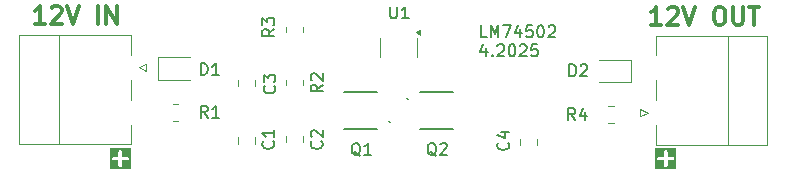
<source format=gbr>
%TF.GenerationSoftware,KiCad,Pcbnew,9.0.0*%
%TF.CreationDate,2025-05-05T10:21:01+02:00*%
%TF.ProjectId,LM4502,4c4d3435-3032-42e6-9b69-6361645f7063,rev?*%
%TF.SameCoordinates,Original*%
%TF.FileFunction,Legend,Top*%
%TF.FilePolarity,Positive*%
%FSLAX46Y46*%
G04 Gerber Fmt 4.6, Leading zero omitted, Abs format (unit mm)*
G04 Created by KiCad (PCBNEW 9.0.0) date 2025-05-05 10:21:01*
%MOMM*%
%LPD*%
G01*
G04 APERTURE LIST*
%ADD10C,0.300000*%
%ADD11C,0.200000*%
%ADD12C,0.150000*%
%ADD13C,0.120000*%
%ADD14C,0.100000*%
G04 APERTURE END LIST*
D10*
X156740225Y-69800828D02*
X155883082Y-69800828D01*
X156311653Y-69800828D02*
X156311653Y-68300828D01*
X156311653Y-68300828D02*
X156168796Y-68515114D01*
X156168796Y-68515114D02*
X156025939Y-68657971D01*
X156025939Y-68657971D02*
X155883082Y-68729400D01*
X157311653Y-68443685D02*
X157383081Y-68372257D01*
X157383081Y-68372257D02*
X157525939Y-68300828D01*
X157525939Y-68300828D02*
X157883081Y-68300828D01*
X157883081Y-68300828D02*
X158025939Y-68372257D01*
X158025939Y-68372257D02*
X158097367Y-68443685D01*
X158097367Y-68443685D02*
X158168796Y-68586542D01*
X158168796Y-68586542D02*
X158168796Y-68729400D01*
X158168796Y-68729400D02*
X158097367Y-68943685D01*
X158097367Y-68943685D02*
X157240224Y-69800828D01*
X157240224Y-69800828D02*
X158168796Y-69800828D01*
X158597367Y-68300828D02*
X159097367Y-69800828D01*
X159097367Y-69800828D02*
X159597367Y-68300828D01*
X161525938Y-68300828D02*
X161811652Y-68300828D01*
X161811652Y-68300828D02*
X161954509Y-68372257D01*
X161954509Y-68372257D02*
X162097366Y-68515114D01*
X162097366Y-68515114D02*
X162168795Y-68800828D01*
X162168795Y-68800828D02*
X162168795Y-69300828D01*
X162168795Y-69300828D02*
X162097366Y-69586542D01*
X162097366Y-69586542D02*
X161954509Y-69729400D01*
X161954509Y-69729400D02*
X161811652Y-69800828D01*
X161811652Y-69800828D02*
X161525938Y-69800828D01*
X161525938Y-69800828D02*
X161383081Y-69729400D01*
X161383081Y-69729400D02*
X161240223Y-69586542D01*
X161240223Y-69586542D02*
X161168795Y-69300828D01*
X161168795Y-69300828D02*
X161168795Y-68800828D01*
X161168795Y-68800828D02*
X161240223Y-68515114D01*
X161240223Y-68515114D02*
X161383081Y-68372257D01*
X161383081Y-68372257D02*
X161525938Y-68300828D01*
X162811652Y-68300828D02*
X162811652Y-69515114D01*
X162811652Y-69515114D02*
X162883081Y-69657971D01*
X162883081Y-69657971D02*
X162954510Y-69729400D01*
X162954510Y-69729400D02*
X163097367Y-69800828D01*
X163097367Y-69800828D02*
X163383081Y-69800828D01*
X163383081Y-69800828D02*
X163525938Y-69729400D01*
X163525938Y-69729400D02*
X163597367Y-69657971D01*
X163597367Y-69657971D02*
X163668795Y-69515114D01*
X163668795Y-69515114D02*
X163668795Y-68300828D01*
X164168796Y-68300828D02*
X165025939Y-68300828D01*
X164597367Y-69800828D02*
X164597367Y-68300828D01*
G36*
X158011153Y-82014613D02*
G01*
X156240725Y-82014613D01*
X156240725Y-81100136D01*
X156407392Y-81100136D01*
X156407392Y-81158664D01*
X156429790Y-81212736D01*
X156471174Y-81254120D01*
X156525246Y-81276518D01*
X156554510Y-81279400D01*
X156975939Y-81279400D01*
X156975939Y-81700828D01*
X156978821Y-81730092D01*
X157001219Y-81784164D01*
X157042603Y-81825548D01*
X157096675Y-81847946D01*
X157155203Y-81847946D01*
X157209275Y-81825548D01*
X157250659Y-81784164D01*
X157273057Y-81730092D01*
X157275939Y-81700828D01*
X157275939Y-81279400D01*
X157697368Y-81279400D01*
X157726632Y-81276518D01*
X157780704Y-81254120D01*
X157822088Y-81212736D01*
X157844486Y-81158664D01*
X157844486Y-81100136D01*
X157822088Y-81046064D01*
X157780704Y-81004680D01*
X157726632Y-80982282D01*
X157697368Y-80979400D01*
X157275939Y-80979400D01*
X157275939Y-80557971D01*
X157273057Y-80528707D01*
X157250659Y-80474635D01*
X157209275Y-80433251D01*
X157155203Y-80410853D01*
X157096675Y-80410853D01*
X157042603Y-80433251D01*
X157001219Y-80474635D01*
X156978821Y-80528707D01*
X156975939Y-80557971D01*
X156975939Y-80979400D01*
X156554510Y-80979400D01*
X156525246Y-80982282D01*
X156471174Y-81004680D01*
X156429790Y-81046064D01*
X156407392Y-81100136D01*
X156240725Y-81100136D01*
X156240725Y-80244186D01*
X158011153Y-80244186D01*
X158011153Y-82014613D01*
G37*
D11*
X141945863Y-70857275D02*
X141469673Y-70857275D01*
X141469673Y-70857275D02*
X141469673Y-69857275D01*
X142279197Y-70857275D02*
X142279197Y-69857275D01*
X142279197Y-69857275D02*
X142612530Y-70571560D01*
X142612530Y-70571560D02*
X142945863Y-69857275D01*
X142945863Y-69857275D02*
X142945863Y-70857275D01*
X143326816Y-69857275D02*
X143993482Y-69857275D01*
X143993482Y-69857275D02*
X143564911Y-70857275D01*
X144803006Y-70190608D02*
X144803006Y-70857275D01*
X144564911Y-69809656D02*
X144326816Y-70523941D01*
X144326816Y-70523941D02*
X144945863Y-70523941D01*
X145803006Y-69857275D02*
X145326816Y-69857275D01*
X145326816Y-69857275D02*
X145279197Y-70333465D01*
X145279197Y-70333465D02*
X145326816Y-70285846D01*
X145326816Y-70285846D02*
X145422054Y-70238227D01*
X145422054Y-70238227D02*
X145660149Y-70238227D01*
X145660149Y-70238227D02*
X145755387Y-70285846D01*
X145755387Y-70285846D02*
X145803006Y-70333465D01*
X145803006Y-70333465D02*
X145850625Y-70428703D01*
X145850625Y-70428703D02*
X145850625Y-70666798D01*
X145850625Y-70666798D02*
X145803006Y-70762036D01*
X145803006Y-70762036D02*
X145755387Y-70809656D01*
X145755387Y-70809656D02*
X145660149Y-70857275D01*
X145660149Y-70857275D02*
X145422054Y-70857275D01*
X145422054Y-70857275D02*
X145326816Y-70809656D01*
X145326816Y-70809656D02*
X145279197Y-70762036D01*
X146469673Y-69857275D02*
X146564911Y-69857275D01*
X146564911Y-69857275D02*
X146660149Y-69904894D01*
X146660149Y-69904894D02*
X146707768Y-69952513D01*
X146707768Y-69952513D02*
X146755387Y-70047751D01*
X146755387Y-70047751D02*
X146803006Y-70238227D01*
X146803006Y-70238227D02*
X146803006Y-70476322D01*
X146803006Y-70476322D02*
X146755387Y-70666798D01*
X146755387Y-70666798D02*
X146707768Y-70762036D01*
X146707768Y-70762036D02*
X146660149Y-70809656D01*
X146660149Y-70809656D02*
X146564911Y-70857275D01*
X146564911Y-70857275D02*
X146469673Y-70857275D01*
X146469673Y-70857275D02*
X146374435Y-70809656D01*
X146374435Y-70809656D02*
X146326816Y-70762036D01*
X146326816Y-70762036D02*
X146279197Y-70666798D01*
X146279197Y-70666798D02*
X146231578Y-70476322D01*
X146231578Y-70476322D02*
X146231578Y-70238227D01*
X146231578Y-70238227D02*
X146279197Y-70047751D01*
X146279197Y-70047751D02*
X146326816Y-69952513D01*
X146326816Y-69952513D02*
X146374435Y-69904894D01*
X146374435Y-69904894D02*
X146469673Y-69857275D01*
X147183959Y-69952513D02*
X147231578Y-69904894D01*
X147231578Y-69904894D02*
X147326816Y-69857275D01*
X147326816Y-69857275D02*
X147564911Y-69857275D01*
X147564911Y-69857275D02*
X147660149Y-69904894D01*
X147660149Y-69904894D02*
X147707768Y-69952513D01*
X147707768Y-69952513D02*
X147755387Y-70047751D01*
X147755387Y-70047751D02*
X147755387Y-70142989D01*
X147755387Y-70142989D02*
X147707768Y-70285846D01*
X147707768Y-70285846D02*
X147136340Y-70857275D01*
X147136340Y-70857275D02*
X147755387Y-70857275D01*
X141898244Y-71800552D02*
X141898244Y-72467219D01*
X141660149Y-71419600D02*
X141422054Y-72133885D01*
X141422054Y-72133885D02*
X142041101Y-72133885D01*
X142422054Y-72371980D02*
X142469673Y-72419600D01*
X142469673Y-72419600D02*
X142422054Y-72467219D01*
X142422054Y-72467219D02*
X142374435Y-72419600D01*
X142374435Y-72419600D02*
X142422054Y-72371980D01*
X142422054Y-72371980D02*
X142422054Y-72467219D01*
X142850625Y-71562457D02*
X142898244Y-71514838D01*
X142898244Y-71514838D02*
X142993482Y-71467219D01*
X142993482Y-71467219D02*
X143231577Y-71467219D01*
X143231577Y-71467219D02*
X143326815Y-71514838D01*
X143326815Y-71514838D02*
X143374434Y-71562457D01*
X143374434Y-71562457D02*
X143422053Y-71657695D01*
X143422053Y-71657695D02*
X143422053Y-71752933D01*
X143422053Y-71752933D02*
X143374434Y-71895790D01*
X143374434Y-71895790D02*
X142803006Y-72467219D01*
X142803006Y-72467219D02*
X143422053Y-72467219D01*
X144041101Y-71467219D02*
X144136339Y-71467219D01*
X144136339Y-71467219D02*
X144231577Y-71514838D01*
X144231577Y-71514838D02*
X144279196Y-71562457D01*
X144279196Y-71562457D02*
X144326815Y-71657695D01*
X144326815Y-71657695D02*
X144374434Y-71848171D01*
X144374434Y-71848171D02*
X144374434Y-72086266D01*
X144374434Y-72086266D02*
X144326815Y-72276742D01*
X144326815Y-72276742D02*
X144279196Y-72371980D01*
X144279196Y-72371980D02*
X144231577Y-72419600D01*
X144231577Y-72419600D02*
X144136339Y-72467219D01*
X144136339Y-72467219D02*
X144041101Y-72467219D01*
X144041101Y-72467219D02*
X143945863Y-72419600D01*
X143945863Y-72419600D02*
X143898244Y-72371980D01*
X143898244Y-72371980D02*
X143850625Y-72276742D01*
X143850625Y-72276742D02*
X143803006Y-72086266D01*
X143803006Y-72086266D02*
X143803006Y-71848171D01*
X143803006Y-71848171D02*
X143850625Y-71657695D01*
X143850625Y-71657695D02*
X143898244Y-71562457D01*
X143898244Y-71562457D02*
X143945863Y-71514838D01*
X143945863Y-71514838D02*
X144041101Y-71467219D01*
X144755387Y-71562457D02*
X144803006Y-71514838D01*
X144803006Y-71514838D02*
X144898244Y-71467219D01*
X144898244Y-71467219D02*
X145136339Y-71467219D01*
X145136339Y-71467219D02*
X145231577Y-71514838D01*
X145231577Y-71514838D02*
X145279196Y-71562457D01*
X145279196Y-71562457D02*
X145326815Y-71657695D01*
X145326815Y-71657695D02*
X145326815Y-71752933D01*
X145326815Y-71752933D02*
X145279196Y-71895790D01*
X145279196Y-71895790D02*
X144707768Y-72467219D01*
X144707768Y-72467219D02*
X145326815Y-72467219D01*
X146231577Y-71467219D02*
X145755387Y-71467219D01*
X145755387Y-71467219D02*
X145707768Y-71943409D01*
X145707768Y-71943409D02*
X145755387Y-71895790D01*
X145755387Y-71895790D02*
X145850625Y-71848171D01*
X145850625Y-71848171D02*
X146088720Y-71848171D01*
X146088720Y-71848171D02*
X146183958Y-71895790D01*
X146183958Y-71895790D02*
X146231577Y-71943409D01*
X146231577Y-71943409D02*
X146279196Y-72038647D01*
X146279196Y-72038647D02*
X146279196Y-72276742D01*
X146279196Y-72276742D02*
X146231577Y-72371980D01*
X146231577Y-72371980D02*
X146183958Y-72419600D01*
X146183958Y-72419600D02*
X146088720Y-72467219D01*
X146088720Y-72467219D02*
X145850625Y-72467219D01*
X145850625Y-72467219D02*
X145755387Y-72419600D01*
X145755387Y-72419600D02*
X145707768Y-72371980D01*
D10*
X104540225Y-69700828D02*
X103683082Y-69700828D01*
X104111653Y-69700828D02*
X104111653Y-68200828D01*
X104111653Y-68200828D02*
X103968796Y-68415114D01*
X103968796Y-68415114D02*
X103825939Y-68557971D01*
X103825939Y-68557971D02*
X103683082Y-68629400D01*
X105111653Y-68343685D02*
X105183081Y-68272257D01*
X105183081Y-68272257D02*
X105325939Y-68200828D01*
X105325939Y-68200828D02*
X105683081Y-68200828D01*
X105683081Y-68200828D02*
X105825939Y-68272257D01*
X105825939Y-68272257D02*
X105897367Y-68343685D01*
X105897367Y-68343685D02*
X105968796Y-68486542D01*
X105968796Y-68486542D02*
X105968796Y-68629400D01*
X105968796Y-68629400D02*
X105897367Y-68843685D01*
X105897367Y-68843685D02*
X105040224Y-69700828D01*
X105040224Y-69700828D02*
X105968796Y-69700828D01*
X106397367Y-68200828D02*
X106897367Y-69700828D01*
X106897367Y-69700828D02*
X107397367Y-68200828D01*
X109040223Y-69700828D02*
X109040223Y-68200828D01*
X109754509Y-69700828D02*
X109754509Y-68200828D01*
X109754509Y-68200828D02*
X110611652Y-69700828D01*
X110611652Y-69700828D02*
X110611652Y-68200828D01*
G36*
X111811153Y-82014613D02*
G01*
X110040725Y-82014613D01*
X110040725Y-81100136D01*
X110207392Y-81100136D01*
X110207392Y-81158664D01*
X110229790Y-81212736D01*
X110271174Y-81254120D01*
X110325246Y-81276518D01*
X110354510Y-81279400D01*
X110775939Y-81279400D01*
X110775939Y-81700828D01*
X110778821Y-81730092D01*
X110801219Y-81784164D01*
X110842603Y-81825548D01*
X110896675Y-81847946D01*
X110955203Y-81847946D01*
X111009275Y-81825548D01*
X111050659Y-81784164D01*
X111073057Y-81730092D01*
X111075939Y-81700828D01*
X111075939Y-81279400D01*
X111497368Y-81279400D01*
X111526632Y-81276518D01*
X111580704Y-81254120D01*
X111622088Y-81212736D01*
X111644486Y-81158664D01*
X111644486Y-81100136D01*
X111622088Y-81046064D01*
X111580704Y-81004680D01*
X111526632Y-80982282D01*
X111497368Y-80979400D01*
X111075939Y-80979400D01*
X111075939Y-80557971D01*
X111073057Y-80528707D01*
X111050659Y-80474635D01*
X111009275Y-80433251D01*
X110955203Y-80410853D01*
X110896675Y-80410853D01*
X110842603Y-80433251D01*
X110801219Y-80474635D01*
X110778821Y-80528707D01*
X110775939Y-80557971D01*
X110775939Y-80979400D01*
X110354510Y-80979400D01*
X110325246Y-80982282D01*
X110271174Y-81004680D01*
X110229790Y-81046064D01*
X110207392Y-81100136D01*
X110040725Y-81100136D01*
X110040725Y-80244186D01*
X111811153Y-80244186D01*
X111811153Y-82014613D01*
G37*
D12*
X133788095Y-68254819D02*
X133788095Y-69064342D01*
X133788095Y-69064342D02*
X133835714Y-69159580D01*
X133835714Y-69159580D02*
X133883333Y-69207200D01*
X133883333Y-69207200D02*
X133978571Y-69254819D01*
X133978571Y-69254819D02*
X134169047Y-69254819D01*
X134169047Y-69254819D02*
X134264285Y-69207200D01*
X134264285Y-69207200D02*
X134311904Y-69159580D01*
X134311904Y-69159580D02*
X134359523Y-69064342D01*
X134359523Y-69064342D02*
X134359523Y-68254819D01*
X135359523Y-69254819D02*
X134788095Y-69254819D01*
X135073809Y-69254819D02*
X135073809Y-68254819D01*
X135073809Y-68254819D02*
X134978571Y-68397676D01*
X134978571Y-68397676D02*
X134883333Y-68492914D01*
X134883333Y-68492914D02*
X134788095Y-68540533D01*
X143759580Y-79766666D02*
X143807200Y-79814285D01*
X143807200Y-79814285D02*
X143854819Y-79957142D01*
X143854819Y-79957142D02*
X143854819Y-80052380D01*
X143854819Y-80052380D02*
X143807200Y-80195237D01*
X143807200Y-80195237D02*
X143711961Y-80290475D01*
X143711961Y-80290475D02*
X143616723Y-80338094D01*
X143616723Y-80338094D02*
X143426247Y-80385713D01*
X143426247Y-80385713D02*
X143283390Y-80385713D01*
X143283390Y-80385713D02*
X143092914Y-80338094D01*
X143092914Y-80338094D02*
X142997676Y-80290475D01*
X142997676Y-80290475D02*
X142902438Y-80195237D01*
X142902438Y-80195237D02*
X142854819Y-80052380D01*
X142854819Y-80052380D02*
X142854819Y-79957142D01*
X142854819Y-79957142D02*
X142902438Y-79814285D01*
X142902438Y-79814285D02*
X142950057Y-79766666D01*
X143188152Y-78909523D02*
X143854819Y-78909523D01*
X142807200Y-79147618D02*
X143521485Y-79385713D01*
X143521485Y-79385713D02*
X143521485Y-78766666D01*
X128054819Y-74866666D02*
X127578628Y-75199999D01*
X128054819Y-75438094D02*
X127054819Y-75438094D01*
X127054819Y-75438094D02*
X127054819Y-75057142D01*
X127054819Y-75057142D02*
X127102438Y-74961904D01*
X127102438Y-74961904D02*
X127150057Y-74914285D01*
X127150057Y-74914285D02*
X127245295Y-74866666D01*
X127245295Y-74866666D02*
X127388152Y-74866666D01*
X127388152Y-74866666D02*
X127483390Y-74914285D01*
X127483390Y-74914285D02*
X127531009Y-74961904D01*
X127531009Y-74961904D02*
X127578628Y-75057142D01*
X127578628Y-75057142D02*
X127578628Y-75438094D01*
X127150057Y-74485713D02*
X127102438Y-74438094D01*
X127102438Y-74438094D02*
X127054819Y-74342856D01*
X127054819Y-74342856D02*
X127054819Y-74104761D01*
X127054819Y-74104761D02*
X127102438Y-74009523D01*
X127102438Y-74009523D02*
X127150057Y-73961904D01*
X127150057Y-73961904D02*
X127245295Y-73914285D01*
X127245295Y-73914285D02*
X127340533Y-73914285D01*
X127340533Y-73914285D02*
X127483390Y-73961904D01*
X127483390Y-73961904D02*
X128054819Y-74533332D01*
X128054819Y-74533332D02*
X128054819Y-73914285D01*
X131254761Y-80900057D02*
X131159523Y-80852438D01*
X131159523Y-80852438D02*
X131064285Y-80757200D01*
X131064285Y-80757200D02*
X130921428Y-80614342D01*
X130921428Y-80614342D02*
X130826190Y-80566723D01*
X130826190Y-80566723D02*
X130730952Y-80566723D01*
X130778571Y-80804819D02*
X130683333Y-80757200D01*
X130683333Y-80757200D02*
X130588095Y-80661961D01*
X130588095Y-80661961D02*
X130540476Y-80471485D01*
X130540476Y-80471485D02*
X130540476Y-80138152D01*
X130540476Y-80138152D02*
X130588095Y-79947676D01*
X130588095Y-79947676D02*
X130683333Y-79852438D01*
X130683333Y-79852438D02*
X130778571Y-79804819D01*
X130778571Y-79804819D02*
X130969047Y-79804819D01*
X130969047Y-79804819D02*
X131064285Y-79852438D01*
X131064285Y-79852438D02*
X131159523Y-79947676D01*
X131159523Y-79947676D02*
X131207142Y-80138152D01*
X131207142Y-80138152D02*
X131207142Y-80471485D01*
X131207142Y-80471485D02*
X131159523Y-80661961D01*
X131159523Y-80661961D02*
X131064285Y-80757200D01*
X131064285Y-80757200D02*
X130969047Y-80804819D01*
X130969047Y-80804819D02*
X130778571Y-80804819D01*
X132159523Y-80804819D02*
X131588095Y-80804819D01*
X131873809Y-80804819D02*
X131873809Y-79804819D01*
X131873809Y-79804819D02*
X131778571Y-79947676D01*
X131778571Y-79947676D02*
X131683333Y-80042914D01*
X131683333Y-80042914D02*
X131588095Y-80090533D01*
X127959580Y-79666666D02*
X128007200Y-79714285D01*
X128007200Y-79714285D02*
X128054819Y-79857142D01*
X128054819Y-79857142D02*
X128054819Y-79952380D01*
X128054819Y-79952380D02*
X128007200Y-80095237D01*
X128007200Y-80095237D02*
X127911961Y-80190475D01*
X127911961Y-80190475D02*
X127816723Y-80238094D01*
X127816723Y-80238094D02*
X127626247Y-80285713D01*
X127626247Y-80285713D02*
X127483390Y-80285713D01*
X127483390Y-80285713D02*
X127292914Y-80238094D01*
X127292914Y-80238094D02*
X127197676Y-80190475D01*
X127197676Y-80190475D02*
X127102438Y-80095237D01*
X127102438Y-80095237D02*
X127054819Y-79952380D01*
X127054819Y-79952380D02*
X127054819Y-79857142D01*
X127054819Y-79857142D02*
X127102438Y-79714285D01*
X127102438Y-79714285D02*
X127150057Y-79666666D01*
X127150057Y-79285713D02*
X127102438Y-79238094D01*
X127102438Y-79238094D02*
X127054819Y-79142856D01*
X127054819Y-79142856D02*
X127054819Y-78904761D01*
X127054819Y-78904761D02*
X127102438Y-78809523D01*
X127102438Y-78809523D02*
X127150057Y-78761904D01*
X127150057Y-78761904D02*
X127245295Y-78714285D01*
X127245295Y-78714285D02*
X127340533Y-78714285D01*
X127340533Y-78714285D02*
X127483390Y-78761904D01*
X127483390Y-78761904D02*
X128054819Y-79333332D01*
X128054819Y-79333332D02*
X128054819Y-78714285D01*
X137679761Y-80900057D02*
X137584523Y-80852438D01*
X137584523Y-80852438D02*
X137489285Y-80757200D01*
X137489285Y-80757200D02*
X137346428Y-80614342D01*
X137346428Y-80614342D02*
X137251190Y-80566723D01*
X137251190Y-80566723D02*
X137155952Y-80566723D01*
X137203571Y-80804819D02*
X137108333Y-80757200D01*
X137108333Y-80757200D02*
X137013095Y-80661961D01*
X137013095Y-80661961D02*
X136965476Y-80471485D01*
X136965476Y-80471485D02*
X136965476Y-80138152D01*
X136965476Y-80138152D02*
X137013095Y-79947676D01*
X137013095Y-79947676D02*
X137108333Y-79852438D01*
X137108333Y-79852438D02*
X137203571Y-79804819D01*
X137203571Y-79804819D02*
X137394047Y-79804819D01*
X137394047Y-79804819D02*
X137489285Y-79852438D01*
X137489285Y-79852438D02*
X137584523Y-79947676D01*
X137584523Y-79947676D02*
X137632142Y-80138152D01*
X137632142Y-80138152D02*
X137632142Y-80471485D01*
X137632142Y-80471485D02*
X137584523Y-80661961D01*
X137584523Y-80661961D02*
X137489285Y-80757200D01*
X137489285Y-80757200D02*
X137394047Y-80804819D01*
X137394047Y-80804819D02*
X137203571Y-80804819D01*
X138013095Y-79900057D02*
X138060714Y-79852438D01*
X138060714Y-79852438D02*
X138155952Y-79804819D01*
X138155952Y-79804819D02*
X138394047Y-79804819D01*
X138394047Y-79804819D02*
X138489285Y-79852438D01*
X138489285Y-79852438D02*
X138536904Y-79900057D01*
X138536904Y-79900057D02*
X138584523Y-79995295D01*
X138584523Y-79995295D02*
X138584523Y-80090533D01*
X138584523Y-80090533D02*
X138536904Y-80233390D01*
X138536904Y-80233390D02*
X137965476Y-80804819D01*
X137965476Y-80804819D02*
X138584523Y-80804819D01*
X123859580Y-79666666D02*
X123907200Y-79714285D01*
X123907200Y-79714285D02*
X123954819Y-79857142D01*
X123954819Y-79857142D02*
X123954819Y-79952380D01*
X123954819Y-79952380D02*
X123907200Y-80095237D01*
X123907200Y-80095237D02*
X123811961Y-80190475D01*
X123811961Y-80190475D02*
X123716723Y-80238094D01*
X123716723Y-80238094D02*
X123526247Y-80285713D01*
X123526247Y-80285713D02*
X123383390Y-80285713D01*
X123383390Y-80285713D02*
X123192914Y-80238094D01*
X123192914Y-80238094D02*
X123097676Y-80190475D01*
X123097676Y-80190475D02*
X123002438Y-80095237D01*
X123002438Y-80095237D02*
X122954819Y-79952380D01*
X122954819Y-79952380D02*
X122954819Y-79857142D01*
X122954819Y-79857142D02*
X123002438Y-79714285D01*
X123002438Y-79714285D02*
X123050057Y-79666666D01*
X123954819Y-78714285D02*
X123954819Y-79285713D01*
X123954819Y-78999999D02*
X122954819Y-78999999D01*
X122954819Y-78999999D02*
X123097676Y-79095237D01*
X123097676Y-79095237D02*
X123192914Y-79190475D01*
X123192914Y-79190475D02*
X123240533Y-79285713D01*
X117761905Y-74054819D02*
X117761905Y-73054819D01*
X117761905Y-73054819D02*
X118000000Y-73054819D01*
X118000000Y-73054819D02*
X118142857Y-73102438D01*
X118142857Y-73102438D02*
X118238095Y-73197676D01*
X118238095Y-73197676D02*
X118285714Y-73292914D01*
X118285714Y-73292914D02*
X118333333Y-73483390D01*
X118333333Y-73483390D02*
X118333333Y-73626247D01*
X118333333Y-73626247D02*
X118285714Y-73816723D01*
X118285714Y-73816723D02*
X118238095Y-73911961D01*
X118238095Y-73911961D02*
X118142857Y-74007200D01*
X118142857Y-74007200D02*
X118000000Y-74054819D01*
X118000000Y-74054819D02*
X117761905Y-74054819D01*
X119285714Y-74054819D02*
X118714286Y-74054819D01*
X119000000Y-74054819D02*
X119000000Y-73054819D01*
X119000000Y-73054819D02*
X118904762Y-73197676D01*
X118904762Y-73197676D02*
X118809524Y-73292914D01*
X118809524Y-73292914D02*
X118714286Y-73340533D01*
X123954819Y-70166666D02*
X123478628Y-70499999D01*
X123954819Y-70738094D02*
X122954819Y-70738094D01*
X122954819Y-70738094D02*
X122954819Y-70357142D01*
X122954819Y-70357142D02*
X123002438Y-70261904D01*
X123002438Y-70261904D02*
X123050057Y-70214285D01*
X123050057Y-70214285D02*
X123145295Y-70166666D01*
X123145295Y-70166666D02*
X123288152Y-70166666D01*
X123288152Y-70166666D02*
X123383390Y-70214285D01*
X123383390Y-70214285D02*
X123431009Y-70261904D01*
X123431009Y-70261904D02*
X123478628Y-70357142D01*
X123478628Y-70357142D02*
X123478628Y-70738094D01*
X122954819Y-69833332D02*
X122954819Y-69214285D01*
X122954819Y-69214285D02*
X123335771Y-69547618D01*
X123335771Y-69547618D02*
X123335771Y-69404761D01*
X123335771Y-69404761D02*
X123383390Y-69309523D01*
X123383390Y-69309523D02*
X123431009Y-69261904D01*
X123431009Y-69261904D02*
X123526247Y-69214285D01*
X123526247Y-69214285D02*
X123764342Y-69214285D01*
X123764342Y-69214285D02*
X123859580Y-69261904D01*
X123859580Y-69261904D02*
X123907200Y-69309523D01*
X123907200Y-69309523D02*
X123954819Y-69404761D01*
X123954819Y-69404761D02*
X123954819Y-69690475D01*
X123954819Y-69690475D02*
X123907200Y-69785713D01*
X123907200Y-69785713D02*
X123859580Y-69833332D01*
X123959580Y-74966666D02*
X124007200Y-75014285D01*
X124007200Y-75014285D02*
X124054819Y-75157142D01*
X124054819Y-75157142D02*
X124054819Y-75252380D01*
X124054819Y-75252380D02*
X124007200Y-75395237D01*
X124007200Y-75395237D02*
X123911961Y-75490475D01*
X123911961Y-75490475D02*
X123816723Y-75538094D01*
X123816723Y-75538094D02*
X123626247Y-75585713D01*
X123626247Y-75585713D02*
X123483390Y-75585713D01*
X123483390Y-75585713D02*
X123292914Y-75538094D01*
X123292914Y-75538094D02*
X123197676Y-75490475D01*
X123197676Y-75490475D02*
X123102438Y-75395237D01*
X123102438Y-75395237D02*
X123054819Y-75252380D01*
X123054819Y-75252380D02*
X123054819Y-75157142D01*
X123054819Y-75157142D02*
X123102438Y-75014285D01*
X123102438Y-75014285D02*
X123150057Y-74966666D01*
X123054819Y-74633332D02*
X123054819Y-74014285D01*
X123054819Y-74014285D02*
X123435771Y-74347618D01*
X123435771Y-74347618D02*
X123435771Y-74204761D01*
X123435771Y-74204761D02*
X123483390Y-74109523D01*
X123483390Y-74109523D02*
X123531009Y-74061904D01*
X123531009Y-74061904D02*
X123626247Y-74014285D01*
X123626247Y-74014285D02*
X123864342Y-74014285D01*
X123864342Y-74014285D02*
X123959580Y-74061904D01*
X123959580Y-74061904D02*
X124007200Y-74109523D01*
X124007200Y-74109523D02*
X124054819Y-74204761D01*
X124054819Y-74204761D02*
X124054819Y-74490475D01*
X124054819Y-74490475D02*
X124007200Y-74585713D01*
X124007200Y-74585713D02*
X123959580Y-74633332D01*
X118333333Y-77654819D02*
X118000000Y-77178628D01*
X117761905Y-77654819D02*
X117761905Y-76654819D01*
X117761905Y-76654819D02*
X118142857Y-76654819D01*
X118142857Y-76654819D02*
X118238095Y-76702438D01*
X118238095Y-76702438D02*
X118285714Y-76750057D01*
X118285714Y-76750057D02*
X118333333Y-76845295D01*
X118333333Y-76845295D02*
X118333333Y-76988152D01*
X118333333Y-76988152D02*
X118285714Y-77083390D01*
X118285714Y-77083390D02*
X118238095Y-77131009D01*
X118238095Y-77131009D02*
X118142857Y-77178628D01*
X118142857Y-77178628D02*
X117761905Y-77178628D01*
X119285714Y-77654819D02*
X118714286Y-77654819D01*
X119000000Y-77654819D02*
X119000000Y-76654819D01*
X119000000Y-76654819D02*
X118904762Y-76797676D01*
X118904762Y-76797676D02*
X118809524Y-76892914D01*
X118809524Y-76892914D02*
X118714286Y-76940533D01*
X148949405Y-74154819D02*
X148949405Y-73154819D01*
X148949405Y-73154819D02*
X149187500Y-73154819D01*
X149187500Y-73154819D02*
X149330357Y-73202438D01*
X149330357Y-73202438D02*
X149425595Y-73297676D01*
X149425595Y-73297676D02*
X149473214Y-73392914D01*
X149473214Y-73392914D02*
X149520833Y-73583390D01*
X149520833Y-73583390D02*
X149520833Y-73726247D01*
X149520833Y-73726247D02*
X149473214Y-73916723D01*
X149473214Y-73916723D02*
X149425595Y-74011961D01*
X149425595Y-74011961D02*
X149330357Y-74107200D01*
X149330357Y-74107200D02*
X149187500Y-74154819D01*
X149187500Y-74154819D02*
X148949405Y-74154819D01*
X149901786Y-73250057D02*
X149949405Y-73202438D01*
X149949405Y-73202438D02*
X150044643Y-73154819D01*
X150044643Y-73154819D02*
X150282738Y-73154819D01*
X150282738Y-73154819D02*
X150377976Y-73202438D01*
X150377976Y-73202438D02*
X150425595Y-73250057D01*
X150425595Y-73250057D02*
X150473214Y-73345295D01*
X150473214Y-73345295D02*
X150473214Y-73440533D01*
X150473214Y-73440533D02*
X150425595Y-73583390D01*
X150425595Y-73583390D02*
X149854167Y-74154819D01*
X149854167Y-74154819D02*
X150473214Y-74154819D01*
X149445833Y-77854819D02*
X149112500Y-77378628D01*
X148874405Y-77854819D02*
X148874405Y-76854819D01*
X148874405Y-76854819D02*
X149255357Y-76854819D01*
X149255357Y-76854819D02*
X149350595Y-76902438D01*
X149350595Y-76902438D02*
X149398214Y-76950057D01*
X149398214Y-76950057D02*
X149445833Y-77045295D01*
X149445833Y-77045295D02*
X149445833Y-77188152D01*
X149445833Y-77188152D02*
X149398214Y-77283390D01*
X149398214Y-77283390D02*
X149350595Y-77331009D01*
X149350595Y-77331009D02*
X149255357Y-77378628D01*
X149255357Y-77378628D02*
X148874405Y-77378628D01*
X150302976Y-77188152D02*
X150302976Y-77854819D01*
X150064881Y-76807200D02*
X149826786Y-77521485D01*
X149826786Y-77521485D02*
X150445833Y-77521485D01*
D13*
%TO.C,U1*%
X132915000Y-71750000D02*
X132915000Y-70950000D01*
X132915000Y-71750000D02*
X132915000Y-72550000D01*
X136035000Y-71750000D02*
X136035000Y-70950000D01*
X136035000Y-71750000D02*
X136035000Y-72550000D01*
X136290000Y-70690000D02*
X135960000Y-70450000D01*
X136290000Y-70210000D01*
X136290000Y-70690000D01*
G36*
X136290000Y-70690000D02*
G01*
X135960000Y-70450000D01*
X136290000Y-70210000D01*
X136290000Y-70690000D01*
G37*
%TO.C,C4*%
X144765000Y-79961252D02*
X144765000Y-79438748D01*
X146235000Y-79961252D02*
X146235000Y-79438748D01*
%TO.C,R2*%
X124965000Y-74927064D02*
X124965000Y-74472936D01*
X126435000Y-74927064D02*
X126435000Y-74472936D01*
D11*
%TO.C,Q1*%
X129863000Y-75450000D02*
X132662000Y-75450000D01*
X129863000Y-78600000D02*
X132662000Y-78600000D01*
D14*
X133663000Y-78000000D02*
X133663000Y-78000000D01*
X133762000Y-78000000D02*
X133762000Y-78000000D01*
X133663000Y-78000000D02*
G75*
G02*
X133762000Y-78000000I49500J0D01*
G01*
X133762000Y-78000000D02*
G75*
G02*
X133663000Y-78000000I-49500J0D01*
G01*
D13*
%TO.C,C2*%
X124965000Y-79188748D02*
X124965000Y-79711252D01*
X126435000Y-79188748D02*
X126435000Y-79711252D01*
D14*
%TO.C,Q2*%
X135188000Y-76050000D02*
X135188000Y-76050000D01*
X135287000Y-76050000D02*
X135287000Y-76050000D01*
D11*
X139087000Y-75450000D02*
X136288000Y-75450000D01*
X139087000Y-78600000D02*
X136288000Y-78600000D01*
D14*
X135188000Y-76050000D02*
G75*
G02*
X135287000Y-76050000I49500J0D01*
G01*
X135287000Y-76050000D02*
G75*
G02*
X135188000Y-76050000I-49500J0D01*
G01*
D13*
%TO.C,C1*%
X120865000Y-79861252D02*
X120865000Y-79338748D01*
X122335000Y-79861252D02*
X122335000Y-79338748D01*
%TO.C,D1*%
X114115000Y-72540000D02*
X114115000Y-74460000D01*
X114115000Y-74460000D02*
X116800000Y-74460000D01*
X116800000Y-72540000D02*
X114115000Y-72540000D01*
%TO.C,R3*%
X124965000Y-70427064D02*
X124965000Y-69972936D01*
X126435000Y-70427064D02*
X126435000Y-69972936D01*
%TO.C,J3*%
X154967500Y-76950000D02*
X155567500Y-77250000D01*
X154967500Y-77550000D02*
X154967500Y-76950000D01*
X155567500Y-77250000D02*
X154967500Y-77550000D01*
X156257500Y-70730000D02*
X156257500Y-72390000D01*
X156257500Y-76200000D02*
X156257500Y-74490000D01*
X156257500Y-79960000D02*
X156257500Y-78300000D01*
X156257500Y-79960000D02*
X165677500Y-79960000D01*
X162367500Y-79960000D02*
X162367500Y-70730000D01*
X165677500Y-70730000D02*
X156257500Y-70730000D01*
X165677500Y-79960000D02*
X165677500Y-70730000D01*
%TO.C,C3*%
X120865000Y-74961252D02*
X120865000Y-74438748D01*
X122335000Y-74961252D02*
X122335000Y-74438748D01*
%TO.C,J1*%
X102390000Y-70690000D02*
X102390000Y-79920000D01*
X102390000Y-79920000D02*
X111810000Y-79920000D01*
X105700000Y-70690000D02*
X105700000Y-79920000D01*
X111810000Y-70690000D02*
X102390000Y-70690000D01*
X111810000Y-70690000D02*
X111810000Y-72350000D01*
X111810000Y-74450000D02*
X111810000Y-76160000D01*
X111810000Y-79920000D02*
X111810000Y-78260000D01*
X112500000Y-73400000D02*
X113100000Y-73100000D01*
X113100000Y-73100000D02*
X113100000Y-73700000D01*
X113100000Y-73700000D02*
X112500000Y-73400000D01*
%TO.C,R1*%
X115827064Y-76465000D02*
X115372936Y-76465000D01*
X115827064Y-77935000D02*
X115372936Y-77935000D01*
%TO.C,D2*%
X151487500Y-74660000D02*
X154172500Y-74660000D01*
X154172500Y-72740000D02*
X151487500Y-72740000D01*
X154172500Y-74660000D02*
X154172500Y-72740000D01*
%TO.C,R4*%
X152260436Y-76665000D02*
X152714564Y-76665000D01*
X152260436Y-78135000D02*
X152714564Y-78135000D01*
%TD*%
M02*

</source>
